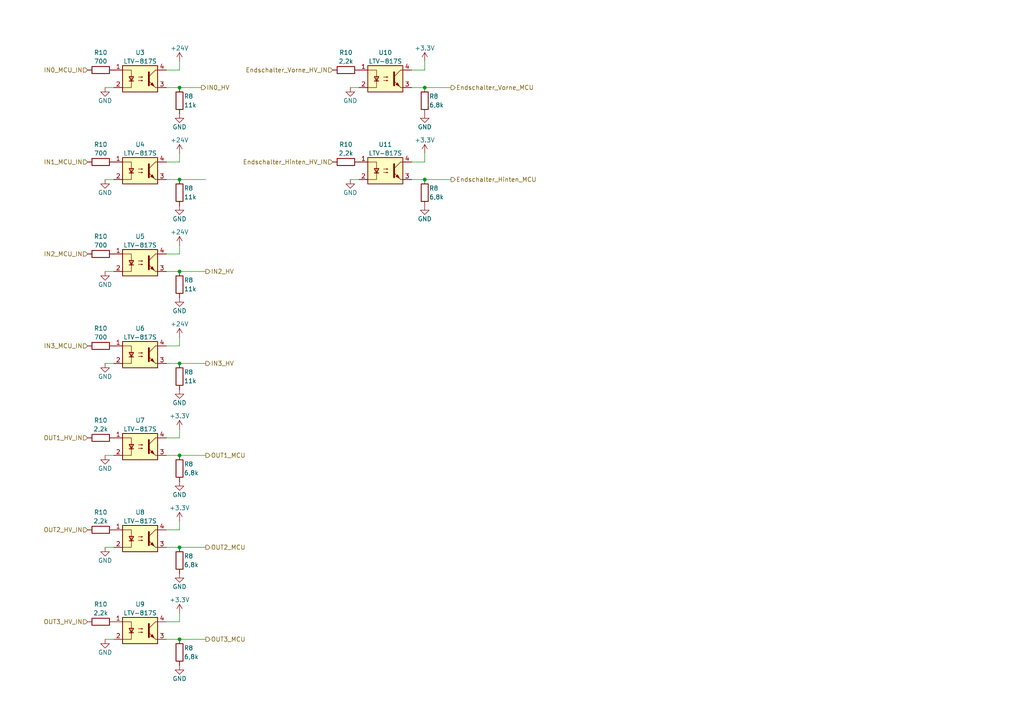
<source format=kicad_sch>
(kicad_sch (version 20230121) (generator eeschema)
  (paper "A4")
  (lib_symbols
    (symbol "Device:R" (pin_numbers hide) (pin_names (offset 0))
      (property "Reference" "R" (at 2.032 0 90))
      (property "Value" "R" (at 0 0 90))
      (symbol "R_0_1"
        (rectangle (start -1.016 -2.54) (end 1.016 2.54) (stroke (width 0.254)))
      )
      (symbol "R_1_1"
        (pin passive line (at 0 3.81 270) (length 1.27) (name "~") (number "1"))
        (pin passive line (at 0 -3.81 90) (length 1.27) (name "~") (number "2"))
      )
    )
    (symbol "Isolator:LTV-817S" (pin_names (offset 1.016))
      (property "Reference" "U" (at -3.81 5.08 0))
      (property "Value" "LTV-817S" (at 0 -5.08 0))
      (symbol "LTV-817S_1_1"
        (rectangle (start -5.08 3.81) (end 5.08 -3.81) (stroke (width 0.254)) (fill (type background)))
        (polyline (pts (xy -3.175 -0.635) (xy -1.905 -0.635)) (stroke (width 0.254)))
        (polyline (pts (xy 2.54 0.635) (xy 4.445 2.54)))
        (polyline (pts (xy 4.445 -2.54) (xy 2.54 -0.635)) (fill (type outline)))
        (polyline (pts (xy 4.445 -2.54) (xy 5.08 -2.54)))
        (polyline (pts (xy 4.445 2.54) (xy 5.08 2.54)))
        (polyline (pts (xy -5.08 2.54) (xy -2.54 2.54) (xy -2.54 -0.762)))
        (polyline (pts (xy -2.54 -0.635) (xy -2.54 -2.54) (xy -5.08 -2.54)))
        (polyline (pts (xy 2.54 1.905) (xy 2.54 -1.905) (xy 2.54 -1.905)) (stroke (width 0.508)))
        (polyline (pts (xy -2.54 -0.635) (xy -3.175 0.635) (xy -1.905 0.635) (xy -2.54 -0.635)) (stroke (width 0.254)))
        (polyline (pts (xy -0.508 -0.508) (xy 0.762 -0.508) (xy 0.381 -0.635) (xy 0.381 -0.381) (xy 0.762 -0.508)))
        (polyline (pts (xy -0.508 0.508) (xy 0.762 0.508) (xy 0.381 0.381) (xy 0.381 0.635) (xy 0.762 0.508)))
        (polyline (pts (xy 3.048 -1.651) (xy 3.556 -1.143) (xy 4.064 -2.159) (xy 3.048 -1.651) (xy 3.048 -1.651)) (fill (type outline)))
        (pin passive line (at -7.62 2.54 0) (length 2.54) (name "~") (number "1"))
        (pin passive line (at -7.62 -2.54 0) (length 2.54) (name "~") (number "2"))
        (pin passive line (at 7.62 -2.54 180) (length 2.54) (name "~") (number "3"))
        (pin passive line (at 7.62 2.54 180) (length 2.54) (name "~") (number "4"))
      )
    )
    (symbol "power:+24V" (power) (pin_names (offset 0))
      (property "Value" "+24V" (at 0 3.556 0))
      (symbol "+24V_0_1"
        (polyline (pts (xy -0.762 1.27) (xy 0 2.54)))
        (polyline (pts (xy 0 0) (xy 0 2.54)))
        (polyline (pts (xy 0 2.54) (xy 0.762 1.27)))
      )
      (symbol "+24V_1_1"
        (pin power_in line (at 0 0 90) (length 0) hide (name "+24V") (number "1"))
      )
    )
    (symbol "power:+3.3V" (power) (pin_names (offset 0))
      (property "Value" "+3.3V" (at 0 3.556 0))
      (symbol "+3.3V_0_1"
        (polyline (pts (xy -0.762 1.27) (xy 0 2.54)))
        (polyline (pts (xy 0 0) (xy 0 2.54)))
        (polyline (pts (xy 0 2.54) (xy 0.762 1.27)))
      )
      (symbol "+3.3V_1_1"
        (pin power_in line (at 0 0 90) (length 0) hide (name "+3.3V") (number "1"))
      )
    )
    (symbol "power:GND" (power) (pin_names (offset 0))
      (property "Value" "GND" (at 0 -3.81 0))
      (symbol "GND_0_1"
        (polyline (pts (xy 0 0) (xy 0 -1.27) (xy 1.27 -1.27) (xy 0 -2.54) (xy -1.27 -1.27) (xy 0 -1.27)))
      )
      (symbol "GND_1_1"
        (pin power_in line (at 0 0 270) (length 0) hide (name "GND") (number "1"))
      )
    )
  )
  (junction (at 52.07 78.74))
  (junction (at 52.07 52.07))
  (junction (at 123.19 52.07))
  (junction (at 52.07 158.75))
  (junction (at 52.07 185.42))
  (junction (at 52.07 105.41))
  (junction (at 52.07 132.08))
  (junction (at 52.07 25.4))
  (junction (at 123.19 25.4))
  (wire (pts (xy 52.07 52.07) (xy 59.69 52.07)))
  (wire (pts (xy 52.07 158.75) (xy 59.69 158.75)))
  (wire (pts (xy 52.07 180.34) (xy 48.26 180.34)))
  (wire (pts (xy 30.48 158.75) (xy 33.02 158.75)))
  (wire (pts (xy 48.26 105.41) (xy 52.07 105.41)))
  (wire (pts (xy 123.19 44.45) (xy 123.19 46.99)))
  (wire (pts (xy 52.07 127) (xy 48.26 127)))
  (wire (pts (xy 101.6 52.07) (xy 104.14 52.07)))
  (wire (pts (xy 48.26 158.75) (xy 52.07 158.75)))
  (wire (pts (xy 48.26 132.08) (xy 52.07 132.08)))
  (wire (pts (xy 123.19 20.32) (xy 119.38 20.32)))
  (wire (pts (xy 52.07 124.46) (xy 52.07 127)))
  (wire (pts (xy 123.19 46.99) (xy 119.38 46.99)))
  (wire (pts (xy 52.07 25.4) (xy 58.42 25.4)))
  (wire (pts (xy 48.26 52.07) (xy 52.07 52.07)))
  (wire (pts (xy 52.07 185.42) (xy 59.69 185.42)))
  (wire (pts (xy 52.07 177.8) (xy 52.07 180.34)))
  (wire (pts (xy 52.07 153.67) (xy 48.26 153.67)))
  (wire (pts (xy 52.07 151.13) (xy 52.07 153.67)))
  (wire (pts (xy 48.26 25.4) (xy 52.07 25.4)))
  (wire (pts (xy 48.26 78.74) (xy 52.07 78.74)))
  (wire (pts (xy 52.07 46.99) (xy 48.26 46.99)))
  (wire (pts (xy 48.26 185.42) (xy 52.07 185.42)))
  (wire (pts (xy 30.48 25.4) (xy 33.02 25.4)))
  (wire (pts (xy 52.07 132.08) (xy 59.69 132.08)))
  (wire (pts (xy 101.6 25.4) (xy 104.14 25.4)))
  (wire (pts (xy 30.48 132.08) (xy 33.02 132.08)))
  (wire (pts (xy 123.19 25.4) (xy 130.81 25.4)))
  (wire (pts (xy 52.07 73.66) (xy 48.26 73.66)))
  (wire (pts (xy 52.07 78.74) (xy 59.69 78.74)))
  (wire (pts (xy 52.07 17.78) (xy 52.07 20.32)))
  (wire (pts (xy 52.07 100.33) (xy 48.26 100.33)))
  (wire (pts (xy 30.48 185.42) (xy 33.02 185.42)))
  (wire (pts (xy 123.19 17.78) (xy 123.19 20.32)))
  (wire (pts (xy 52.07 105.41) (xy 59.69 105.41)))
  (wire (pts (xy 30.48 105.41) (xy 33.02 105.41)))
  (wire (pts (xy 52.07 44.45) (xy 52.07 46.99)))
  (wire (pts (xy 30.48 52.07) (xy 33.02 52.07)))
  (wire (pts (xy 119.38 25.4) (xy 123.19 25.4)))
  (wire (pts (xy 52.07 97.79) (xy 52.07 100.33)))
  (wire (pts (xy 52.07 20.32) (xy 48.26 20.32)))
  (wire (pts (xy 30.48 78.74) (xy 33.02 78.74)))
  (wire (pts (xy 52.07 71.12) (xy 52.07 73.66)))
  (wire (pts (xy 119.38 52.07) (xy 123.19 52.07)))
  (wire (pts (xy 123.19 52.07) (xy 130.81 52.07)))
  (hierarchical_label "Endschalter_Hinten_MCU" (shape output) (at 130.81 52.07 0))
  (hierarchical_label "OUT1_HV_IN" (shape input) (at 25.4 127 180))
  (hierarchical_label "Endschalter_Vorne_HV_IN" (shape input) (at 96.52 20.32 180))
  (hierarchical_label "OUT1_MCU" (shape output) (at 59.69 132.08 0))
  (hierarchical_label "IN0_HV" (shape output) (at 58.42 25.4 0))
  (hierarchical_label "IN2_MCU_IN" (shape input) (at 25.4 73.66 180))
  (hierarchical_label "IN0_MCU_IN" (shape input) (at 25.4 20.32 180))
  (hierarchical_label "IN2_HV" (shape output) (at 59.69 78.74 0))
  (hierarchical_label "IN3_MCU_IN" (shape input) (at 25.4 100.33 180))
  (hierarchical_label "Endschalter_Vorne_MCU" (shape output) (at 130.81 25.4 0))
  (hierarchical_label "IN1_MCU_IN" (shape input) (at 25.4 46.99 180))
  (hierarchical_label "OUT2_HV_IN" (shape input) (at 25.4 153.67 180))
  (hierarchical_label "OUT3_MCU" (shape output) (at 59.69 185.42 0))
  (hierarchical_label "OUT2_MCU" (shape output) (at 59.69 158.75 0))
  (hierarchical_label "Endschalter_Hinten_HV_IN" (shape input) (at 96.52 46.99 180))
  (hierarchical_label "OUT3_HV_IN" (shape input) (at 25.4 180.34 180))
  (hierarchical_label "IN3_HV" (shape output) (at 59.69 105.41 0))
  (symbol (lib_id "power:+24V") (at 52.07 97.79 0) (unit 1)
    (property "Reference" "#PWR045" (effects hide))
    (property "Value" "+24V" (at 52.07 93.98 0))
  )
  (symbol (lib_id "power:GND") (at 30.48 78.74 0) (unit 1)
    (property "Reference" "#PWR041" (effects hide))
    (property "Value" "GND" (at 30.48 82.55 0))
  )
  (symbol (lib_id "power:+3.3V") (at 52.07 124.46 0) (unit 1)
    (property "Reference" "#PWR048" (effects hide))
    (property "Value" "+3.3V" (at 52.07 120.65 0))
  )
  (symbol (lib_id "Device:R") (at 29.21 73.66 90) (unit 1)
    (property "Reference" "R10" (at 29.21 68.58 90))
    (property "Value" "700" (at 29.21 71.12 90))
    (property "Footprint" "Resistor_SMD:R_1206_3216Metric" (effects hide))
    (instances (project "STM32_F439ZI_Shield" (path "" (reference "R10") (unit 1)) (path "" (reference "R15") (unit 1))))
  )
  (symbol (lib_id "Device:R") (at 100.33 46.99 90) (unit 1)
    (property "Reference" "R10" (at 100.33 41.91 90))
    (property "Value" "2,2k" (at 100.33 44.45 90))
    (property "Footprint" "Resistor_SMD:R_1206_3216Metric" (effects hide))
    (instances (project "STM32_F439ZI_Shield" (path "" (reference "R10") (unit 1)) (path "" (reference "R27") (unit 1))))
  )
  (symbol (lib_id "power:GND") (at 30.48 52.07 0) (unit 1)
    (property "Reference" "#PWR038" (effects hide))
    (property "Value" "GND" (at 30.48 55.88 0))
  )
  (symbol (lib_id "power:+3.3V") (at 52.07 177.8 0) (unit 1)
    (property "Reference" "#PWR054" (effects hide))
    (property "Value" "+3.3V" (at 52.07 173.99 0))
  )
  (symbol (lib_id "Isolator:LTV-817S") (at 40.64 22.86 0) (unit 1)
    (property "Reference" "U3" (at 40.64 15.24 0))
    (property "Value" "LTV-817S" (at 40.64 17.78 0))
    (property "Footprint" "Package_DIP:SMDIP-4_W9.53mm" (effects hide))
    (property "Datasheet" "http://www.us.liteon.com/downloads/LTV-817-827-847.PDF" (effects hide))
  )
  (symbol (lib_id "Device:R") (at 29.21 20.32 90) (unit 1)
    (property "Reference" "R10" (at 29.21 15.24 90))
    (property "Value" "700" (at 29.21 17.78 90))
    (property "Footprint" "Resistor_SMD:R_1206_3216Metric" (effects hide))
    (instances (project "STM32_F439ZI_Shield" (path "" (reference "R10") (unit 1)) (path "" (reference "R11") (unit 1))))
  )
  (symbol (lib_id "power:+3.3V") (at 123.19 44.45 0) (unit 1)
    (property "Reference" "#PWR060" (effects hide))
    (property "Value" "+3.3V" (at 123.19 40.64 0))
  )
  (symbol (lib_id "power:+24V") (at 52.07 44.45 0) (unit 1)
    (property "Reference" "#PWR039" (effects hide))
    (property "Value" "+24V" (at 52.07 40.64 0))
  )
  (symbol (lib_id "Device:R") (at 52.07 109.22 0) (unit 1)
    (property "Reference" "R8" (at 53.34 107.95 0) (effects (justify left)))
    (property "Value" "11k" (at 53.34 110.49 0) (effects (justify left)))
    (property "Footprint" "Resistor_SMD:R_1206_3216Metric" (effects hide))
    (instances (project "STM32_F439ZI_Shield" (path "" (reference "R8") (unit 1)) (path "" (reference "R4") (unit 1)) (path "" (reference "R16") (unit 1))))
  )
  (symbol (lib_id "power:GND") (at 52.07 113.03 0) (unit 1)
    (property "Reference" "#PWR046" (effects hide))
    (property "Value" "GND" (at 52.07 116.84 0))
  )
  (symbol (lib_id "power:GND") (at 30.48 132.08 0) (unit 1)
    (property "Reference" "#PWR047" (effects hide))
    (property "Value" "GND" (at 30.48 135.89 0))
  )
  (symbol (lib_id "power:GND") (at 52.07 59.69 0) (unit 1)
    (property "Reference" "#PWR040" (effects hide))
    (property "Value" "GND" (at 52.07 63.5 0))
  )
  (symbol (lib_id "Device:R") (at 29.21 180.34 90) (unit 1)
    (property "Reference" "R10" (at 29.21 175.26 90))
    (property "Value" "2,2k" (at 29.21 177.8 90))
    (property "Footprint" "Resistor_SMD:R_1206_3216Metric" (effects hide))
    (instances (project "STM32_F439ZI_Shield" (path "" (reference "R10") (unit 1)) (path "" (reference "R23") (unit 1))))
  )
  (symbol (lib_id "Device:R") (at 123.19 29.21 0) (unit 1)
    (property "Reference" "R8" (at 124.46 27.94 0) (effects (justify left)))
    (property "Value" "6,8k" (at 124.46 30.48 0) (effects (justify left)))
    (property "Footprint" "Resistor_SMD:R_1206_3216Metric" (effects hide))
    (instances (project "STM32_F439ZI_Shield" (path "" (reference "R8") (unit 1)) (path "" (reference "R4") (unit 1)) (path "" (reference "R26") (unit 1))))
  )
  (symbol (lib_id "Isolator:LTV-817S") (at 40.64 102.87 0) (unit 1)
    (property "Reference" "U6" (at 40.64 95.25 0))
    (property "Value" "LTV-817S" (at 40.64 97.79 0))
    (property "Footprint" "Package_DIP:SMDIP-4_W9.53mm" (effects hide))
    (property "Datasheet" "http://www.us.liteon.com/downloads/LTV-817-827-847.PDF" (effects hide))
  )
  (symbol (lib_id "power:+24V") (at 52.07 17.78 0) (unit 1)
    (property "Reference" "#PWR036" (effects hide))
    (property "Value" "+24V" (at 52.07 13.97 0))
  )
  (symbol (lib_id "power:GND") (at 101.6 52.07 0) (unit 1)
    (property "Reference" "#PWR059" (effects hide))
    (property "Value" "GND" (at 101.6 55.88 0))
  )
  (symbol (lib_id "power:GND") (at 52.07 166.37 0) (unit 1)
    (property "Reference" "#PWR052" (effects hide))
    (property "Value" "GND" (at 52.07 170.18 0))
  )
  (symbol (lib_id "power:GND") (at 52.07 86.36 0) (unit 1)
    (property "Reference" "#PWR043" (effects hide))
    (property "Value" "GND" (at 52.07 90.17 0))
  )
  (symbol (lib_id "Isolator:LTV-817S") (at 40.64 49.53 0) (unit 1)
    (property "Reference" "U4" (at 40.64 41.91 0))
    (property "Value" "LTV-817S" (at 40.64 44.45 0))
    (property "Footprint" "Package_DIP:SMDIP-4_W9.53mm" (effects hide))
    (property "Datasheet" "http://www.us.liteon.com/downloads/LTV-817-827-847.PDF" (effects hide))
  )
  (symbol (lib_id "Isolator:LTV-817S") (at 40.64 129.54 0) (unit 1)
    (property "Reference" "U7" (at 40.64 121.92 0))
    (property "Value" "LTV-817S" (at 40.64 124.46 0))
    (property "Footprint" "Package_DIP:SMDIP-4_W9.53mm" (effects hide))
    (property "Datasheet" "http://www.us.liteon.com/downloads/LTV-817-827-847.PDF" (effects hide))
  )
  (symbol (lib_id "power:GND") (at 30.48 158.75 0) (unit 1)
    (property "Reference" "#PWR050" (effects hide))
    (property "Value" "GND" (at 30.48 162.56 0))
  )
  (symbol (lib_id "power:GND") (at 52.07 139.7 0) (unit 1)
    (property "Reference" "#PWR049" (effects hide))
    (property "Value" "GND" (at 52.07 143.51 0))
  )
  (symbol (lib_id "Device:R") (at 52.07 82.55 0) (unit 1)
    (property "Reference" "R8" (at 53.34 81.28 0) (effects (justify left)))
    (property "Value" "11k" (at 53.34 83.82 0) (effects (justify left)))
    (property "Footprint" "Resistor_SMD:R_1206_3216Metric" (effects hide))
    (instances (project "STM32_F439ZI_Shield" (path "" (reference "R8") (unit 1)) (path "" (reference "R4") (unit 1)) (path "" (reference "R18") (unit 1))))
  )
  (symbol (lib_id "Device:R") (at 52.07 189.23 0) (unit 1)
    (property "Reference" "R8" (at 53.34 187.96 0) (effects (justify left)))
    (property "Value" "6,8k" (at 53.34 190.5 0) (effects (justify left)))
    (property "Footprint" "Resistor_SMD:R_1206_3216Metric" (effects hide))
    (instances (project "STM32_F439ZI_Shield" (path "" (reference "R8") (unit 1)) (path "" (reference "R4") (unit 1)) (path "" (reference "R24") (unit 1))))
  )
  (symbol (lib_id "Isolator:LTV-817S") (at 111.76 49.53 0) (unit 1)
    (property "Reference" "U11" (at 111.76 41.91 0))
    (property "Value" "LTV-817S" (at 111.76 44.45 0))
    (property "Footprint" "Package_DIP:SMDIP-4_W9.53mm" (effects hide))
    (property "Datasheet" "http://www.us.liteon.com/downloads/LTV-817-827-847.PDF" (effects hide))
  )
  (symbol (lib_id "Device:R") (at 52.07 135.89 0) (unit 1)
    (property "Reference" "R8" (at 53.34 134.62 0) (effects (justify left)))
    (property "Value" "6,8k" (at 53.34 137.16 0) (effects (justify left)))
    (property "Footprint" "Resistor_SMD:R_1206_3216Metric" (effects hide))
    (instances (project "STM32_F439ZI_Shield" (path "" (reference "R8") (unit 1)) (path "" (reference "R4") (unit 1)) (path "" (reference "R20") (unit 1))))
  )
  (symbol (lib_id "power:GND") (at 101.6 25.4 0) (unit 1)
    (property "Reference" "#PWR056" (effects hide))
    (property "Value" "GND" (at 101.6 29.21 0))
  )
  (symbol (lib_id "Isolator:LTV-817S") (at 40.64 76.2 0) (unit 1)
    (property "Reference" "U5" (at 40.64 68.58 0))
    (property "Value" "LTV-817S" (at 40.64 71.12 0))
    (property "Footprint" "Package_DIP:SMDIP-4_W9.53mm" (effects hide))
    (property "Datasheet" "http://www.us.liteon.com/downloads/LTV-817-827-847.PDF" (effects hide))
  )
  (symbol (lib_id "Device:R") (at 52.07 55.88 0) (unit 1)
    (property "Reference" "R8" (at 53.34 54.61 0) (effects (justify left)))
    (property "Value" "11k" (at 53.34 57.15 0) (effects (justify left)))
    (property "Footprint" "Resistor_SMD:R_1206_3216Metric" (effects hide))
    (instances (project "STM32_F439ZI_Shield" (path "" (reference "R8") (unit 1)) (path "" (reference "R4") (unit 1)) (path "" (reference "R14") (unit 1))))
  )
  (symbol (lib_id "power:GND") (at 30.48 185.42 0) (unit 1)
    (property "Reference" "#PWR053" (effects hide))
    (property "Value" "GND" (at 30.48 189.23 0))
  )
  (symbol (lib_id "power:+3.3V") (at 52.07 151.13 0) (unit 1)
    (property "Reference" "#PWR051" (effects hide))
    (property "Value" "+3.3V" (at 52.07 147.32 0))
  )
  (symbol (lib_id "Device:R") (at 29.21 46.99 90) (unit 1)
    (property "Reference" "R10" (at 29.21 41.91 90))
    (property "Value" "700" (at 29.21 44.45 90))
    (property "Footprint" "Resistor_SMD:R_1206_3216Metric" (effects hide))
    (instances (project "STM32_F439ZI_Shield" (path "" (reference "R10") (unit 1)) (path "" (reference "R17") (unit 1))))
  )
  (symbol (lib_id "power:GND") (at 52.07 33.02 0) (unit 1)
    (property "Reference" "#PWR037" (effects hide))
    (property "Value" "GND" (at 52.07 36.83 0))
  )
  (symbol (lib_id "power:GND") (at 123.19 33.02 0) (unit 1)
    (property "Reference" "#PWR058" (effects hide))
    (property "Value" "GND" (at 123.19 36.83 0))
  )
  (symbol (lib_id "Isolator:LTV-817S") (at 40.64 182.88 0) (unit 1)
    (property "Reference" "U9" (at 40.64 175.26 0))
    (property "Value" "LTV-817S" (at 40.64 177.8 0))
    (property "Footprint" "Package_DIP:SMDIP-4_W9.53mm" (effects hide))
    (property "Datasheet" "http://www.us.liteon.com/downloads/LTV-817-827-847.PDF" (effects hide))
  )
  (symbol (lib_id "power:GND") (at 123.19 59.69 0) (unit 1)
    (property "Reference" "#PWR061" (effects hide))
    (property "Value" "GND" (at 123.19 63.5 0))
  )
  (symbol (lib_id "Device:R") (at 29.21 153.67 90) (unit 1)
    (property "Reference" "R10" (at 29.21 148.59 90))
    (property "Value" "2,2k" (at 29.21 151.13 90))
    (property "Footprint" "Resistor_SMD:R_1206_3216Metric" (effects hide))
    (instances (project "STM32_F439ZI_Shield" (path "" (reference "R10") (unit 1)) (path "" (reference "R21") (unit 1))))
  )
  (symbol (lib_id "power:GND") (at 30.48 25.4 0) (unit 1)
    (property "Reference" "#PWR035" (effects hide))
    (property "Value" "GND" (at 30.48 29.21 0))
  )
  (symbol (lib_id "Device:R") (at 100.33 20.32 90) (unit 1)
    (property "Reference" "R10" (at 100.33 15.24 90))
    (property "Value" "2,2k" (at 100.33 17.78 90))
    (property "Footprint" "Resistor_SMD:R_1206_3216Metric" (effects hide))
    (instances (project "STM32_F439ZI_Shield" (path "" (reference "R10") (unit 1)) (path "" (reference "R25") (unit 1))))
  )
  (symbol (lib_id "Device:R") (at 123.19 55.88 0) (unit 1)
    (property "Reference" "R8" (at 124.46 54.61 0) (effects (justify left)))
    (property "Value" "6,8k" (at 124.46 57.15 0) (effects (justify left)))
    (property "Footprint" "Resistor_SMD:R_1206_3216Metric" (effects hide))
    (instances (project "STM32_F439ZI_Shield" (path "" (reference "R8") (unit 1)) (path "" (reference "R4") (unit 1)) (path "" (reference "R28") (unit 1))))
  )
  (symbol (lib_id "power:+3.3V") (at 123.19 17.78 0) (unit 1)
    (property "Reference" "#PWR057" (effects hide))
    (property "Value" "+3.3V" (at 123.19 13.97 0))
  )
  (symbol (lib_id "Isolator:LTV-817S") (at 111.76 22.86 0) (unit 1)
    (property "Reference" "U10" (at 111.76 15.24 0))
    (property "Value" "LTV-817S" (at 111.76 17.78 0))
    (property "Footprint" "Package_DIP:SMDIP-4_W9.53mm" (effects hide))
    (property "Datasheet" "http://www.us.liteon.com/downloads/LTV-817-827-847.PDF" (effects hide))
  )
  (symbol (lib_id "power:GND") (at 30.48 105.41 0) (unit 1)
    (property "Reference" "#PWR044" (effects hide))
    (property "Value" "GND" (at 30.48 109.22 0))
  )
  (symbol (lib_id "Device:R") (at 52.07 29.21 0) (unit 1)
    (property "Reference" "R8" (at 53.34 27.94 0) (effects (justify left)))
    (property "Value" "11k" (at 53.34 30.48 0) (effects (justify left)))
    (property "Footprint" "Resistor_SMD:R_1206_3216Metric" (effects hide))
    (instances (project "STM32_F439ZI_Shield" (path "" (reference "R8") (unit 1)) (path "" (reference "R4") (unit 1)) (path "" (reference "R12") (unit 1))))
  )
  (symbol (lib_id "Device:R") (at 29.21 127 90) (unit 1)
    (property "Reference" "R10" (at 29.21 121.92 90))
    (property "Value" "2,2k" (at 29.21 124.46 90))
    (property "Footprint" "Resistor_SMD:R_1206_3216Metric" (effects hide))
    (instances (project "STM32_F439ZI_Shield" (path "" (reference "R10") (unit 1)) (path "" (reference "R19") (unit 1))))
  )
  (symbol (lib_id "power:+24V") (at 52.07 71.12 0) (unit 1)
    (property "Reference" "#PWR042" (effects hide))
    (property "Value" "+24V" (at 52.07 67.31 0))
  )
  (symbol (lib_id "Isolator:LTV-817S") (at 40.64 156.21 0) (unit 1)
    (property "Reference" "U8" (at 40.64 148.59 0))
    (property "Value" "LTV-817S" (at 40.64 151.13 0))
    (property "Footprint" "Package_DIP:SMDIP-4_W9.53mm" (effects hide))
    (property "Datasheet" "http://www.us.liteon.com/downloads/LTV-817-827-847.PDF" (effects hide))
  )
  (symbol (lib_id "Device:R") (at 29.21 100.33 90) (unit 1)
    (property "Reference" "R10" (at 29.21 95.25 90))
    (property "Value" "700" (at 29.21 97.79 90))
    (property "Footprint" "Resistor_SMD:R_1206_3216Metric" (effects hide))
    (instances (project "STM32_F439ZI_Shield" (path "" (reference "R10") (unit 1)) (path "" (reference "R13") (unit 1))))
  )
  (symbol (lib_id "Device:R") (at 52.07 162.56 0) (unit 1)
    (property "Reference" "R8" (at 53.34 161.29 0) (effects (justify left)))
    (property "Value" "6,8k" (at 53.34 163.83 0) (effects (justify left)))
    (property "Footprint" "Resistor_SMD:R_1206_3216Metric" (effects hide))
    (instances (project "STM32_F439ZI_Shield" (path "" (reference "R8") (unit 1)) (path "" (reference "R4") (unit 1)) (path "" (reference "R22") (unit 1))))
  )
  (symbol (lib_id "power:GND") (at 52.07 193.04 0) (unit 1)
    (property "Reference" "#PWR055" (effects hide))
    (property "Value" "GND" (at 52.07 196.85 0))
  )
)
</source>
